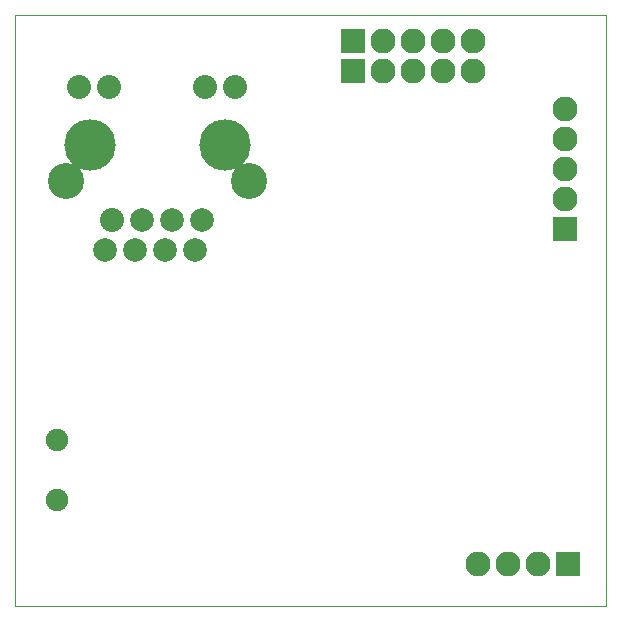
<source format=gbs>
G04 (created by PCBNEW-RS274X (2012-apr-16-27)-stable) date dim. 09 juin 2013 19:20:32 CEST*
G01*
G70*
G90*
%MOIN*%
G04 Gerber Fmt 3.4, Leading zero omitted, Abs format*
%FSLAX34Y34*%
G04 APERTURE LIST*
%ADD10C,0.006000*%
%ADD11C,0.003900*%
%ADD12C,0.171600*%
%ADD13C,0.079100*%
%ADD14C,0.080000*%
%ADD15C,0.120000*%
%ADD16C,0.083000*%
%ADD17R,0.083000X0.083000*%
%ADD18C,0.075000*%
G04 APERTURE END LIST*
G54D10*
G54D11*
X40944Y-54331D02*
X40944Y-34646D01*
X40945Y-54330D02*
X21260Y-54330D01*
X21260Y-34645D02*
X21260Y-54330D01*
X21260Y-34645D02*
X40945Y-34645D01*
G54D12*
X28234Y-38976D03*
X23734Y-38976D03*
G54D13*
X24234Y-42476D03*
G54D14*
X24484Y-41476D03*
G54D13*
X25234Y-42476D03*
X25484Y-41476D03*
X26234Y-42476D03*
X26484Y-41476D03*
X27234Y-42476D03*
G54D15*
X29033Y-40177D03*
X22935Y-40177D03*
G54D14*
X24376Y-37047D03*
X27592Y-37047D03*
X23376Y-37047D03*
X28592Y-37047D03*
G54D13*
X27484Y-41476D03*
G54D16*
X39567Y-40764D03*
X39567Y-39764D03*
G54D17*
X39567Y-41764D03*
G54D16*
X39567Y-38764D03*
X39567Y-37764D03*
X38689Y-52953D03*
X37689Y-52953D03*
G54D17*
X39689Y-52953D03*
G54D16*
X36689Y-52953D03*
G54D18*
X22638Y-50803D03*
X22638Y-48803D03*
G54D16*
X33500Y-35500D03*
X34500Y-35500D03*
G54D17*
X32500Y-35500D03*
G54D16*
X35500Y-35500D03*
X36500Y-35500D03*
X33500Y-36500D03*
X34500Y-36500D03*
G54D17*
X32500Y-36500D03*
G54D16*
X35500Y-36500D03*
X36500Y-36500D03*
M02*

</source>
